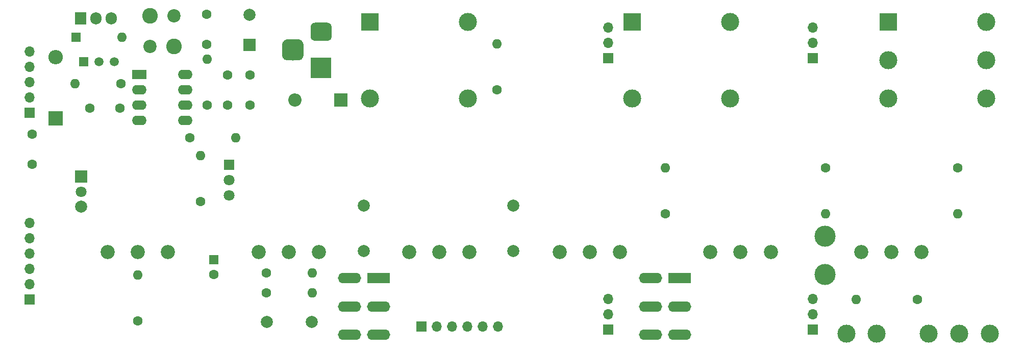
<source format=gbs>
G04 #@! TF.GenerationSoftware,KiCad,Pcbnew,(5.1.0)-1*
G04 #@! TF.CreationDate,2019-04-23T00:00:26+02:00*
G04 #@! TF.ProjectId,pcb_main,7063625f-6d61-4696-9e2e-6b696361645f,RC1*
G04 #@! TF.SameCoordinates,Original*
G04 #@! TF.FileFunction,Soldermask,Bot*
G04 #@! TF.FilePolarity,Negative*
%FSLAX46Y46*%
G04 Gerber Fmt 4.6, Leading zero omitted, Abs format (unit mm)*
G04 Created by KiCad (PCBNEW (5.1.0)-1) date 2019-04-23 00:00:26*
%MOMM*%
%LPD*%
G04 APERTURE LIST*
%ADD10R,1.800000X1.800000*%
%ADD11C,1.800000*%
%ADD12C,3.000000*%
%ADD13R,3.000000X3.000000*%
%ADD14C,1.600000*%
%ADD15R,1.600000X1.600000*%
%ADD16C,2.340000*%
%ADD17R,2.200000X2.200000*%
%ADD18O,2.200000X2.200000*%
%ADD19R,3.500000X3.500000*%
%ADD20C,0.200000*%
%ADD21C,3.500000*%
%ADD22C,2.000000*%
%ADD23O,1.600000X1.600000*%
%ADD24O,1.700000X1.700000*%
%ADD25R,1.700000X1.700000*%
%ADD26R,2.000000X2.000000*%
%ADD27R,2.400000X2.400000*%
%ADD28O,2.400000X2.400000*%
%ADD29C,1.500000*%
%ADD30R,1.500000X1.500000*%
%ADD31R,1.905000X2.000000*%
%ADD32O,1.905000X2.000000*%
%ADD33R,2.400000X1.600000*%
%ADD34O,2.400000X1.600000*%
%ADD35C,2.600000*%
%ADD36C,2.200000*%
%ADD37R,3.850000X1.730000*%
%ADD38O,3.850000X1.730000*%
G04 APERTURE END LIST*
D10*
X90600000Y-131660000D03*
D11*
X90600000Y-134200000D03*
D10*
X115100000Y-129670000D03*
D11*
X115100000Y-132210000D03*
X115100000Y-134750000D03*
D12*
X198230000Y-118700000D03*
X198230000Y-106000000D03*
X182000000Y-118700000D03*
D13*
X182000000Y-106000000D03*
D12*
X154730000Y-118700000D03*
X154730000Y-106000000D03*
X138500000Y-118700000D03*
D13*
X138500000Y-106000000D03*
X224500000Y-106000000D03*
D12*
X224500000Y-118700000D03*
X224500000Y-112350000D03*
X240730000Y-106000000D03*
X240730000Y-118700000D03*
X240730000Y-112350000D03*
D14*
X112540000Y-147910000D03*
D15*
X112540000Y-145410000D03*
D16*
X105000000Y-144200000D03*
X100000000Y-144200000D03*
X95000000Y-144200000D03*
X155000000Y-144200000D03*
X150000000Y-144200000D03*
X145000000Y-144200000D03*
X180000000Y-144200000D03*
X175000000Y-144200000D03*
X170000000Y-144200000D03*
X130000000Y-144200000D03*
X125000000Y-144200000D03*
X120000000Y-144200000D03*
X205000000Y-144200000D03*
X200000000Y-144200000D03*
X195000000Y-144200000D03*
X230000000Y-144200000D03*
X225000000Y-144200000D03*
X220000000Y-144200000D03*
D17*
X133700000Y-118900000D03*
D18*
X126080000Y-118900000D03*
D12*
X222600000Y-157700000D03*
X217600000Y-157700000D03*
D19*
X130400000Y-113600000D03*
D20*
G36*
X131473513Y-106103611D02*
G01*
X131546318Y-106114411D01*
X131617714Y-106132295D01*
X131687013Y-106157090D01*
X131753548Y-106188559D01*
X131816678Y-106226398D01*
X131875795Y-106270242D01*
X131930330Y-106319670D01*
X131979758Y-106374205D01*
X132023602Y-106433322D01*
X132061441Y-106496452D01*
X132092910Y-106562987D01*
X132117705Y-106632286D01*
X132135589Y-106703682D01*
X132146389Y-106776487D01*
X132150000Y-106850000D01*
X132150000Y-108350000D01*
X132146389Y-108423513D01*
X132135589Y-108496318D01*
X132117705Y-108567714D01*
X132092910Y-108637013D01*
X132061441Y-108703548D01*
X132023602Y-108766678D01*
X131979758Y-108825795D01*
X131930330Y-108880330D01*
X131875795Y-108929758D01*
X131816678Y-108973602D01*
X131753548Y-109011441D01*
X131687013Y-109042910D01*
X131617714Y-109067705D01*
X131546318Y-109085589D01*
X131473513Y-109096389D01*
X131400000Y-109100000D01*
X129400000Y-109100000D01*
X129326487Y-109096389D01*
X129253682Y-109085589D01*
X129182286Y-109067705D01*
X129112987Y-109042910D01*
X129046452Y-109011441D01*
X128983322Y-108973602D01*
X128924205Y-108929758D01*
X128869670Y-108880330D01*
X128820242Y-108825795D01*
X128776398Y-108766678D01*
X128738559Y-108703548D01*
X128707090Y-108637013D01*
X128682295Y-108567714D01*
X128664411Y-108496318D01*
X128653611Y-108423513D01*
X128650000Y-108350000D01*
X128650000Y-106850000D01*
X128653611Y-106776487D01*
X128664411Y-106703682D01*
X128682295Y-106632286D01*
X128707090Y-106562987D01*
X128738559Y-106496452D01*
X128776398Y-106433322D01*
X128820242Y-106374205D01*
X128869670Y-106319670D01*
X128924205Y-106270242D01*
X128983322Y-106226398D01*
X129046452Y-106188559D01*
X129112987Y-106157090D01*
X129182286Y-106132295D01*
X129253682Y-106114411D01*
X129326487Y-106103611D01*
X129400000Y-106100000D01*
X131400000Y-106100000D01*
X131473513Y-106103611D01*
X131473513Y-106103611D01*
G37*
D12*
X130400000Y-107600000D03*
D20*
G36*
X126660765Y-108854213D02*
G01*
X126745704Y-108866813D01*
X126828999Y-108887677D01*
X126909848Y-108916605D01*
X126987472Y-108953319D01*
X127061124Y-108997464D01*
X127130094Y-109048616D01*
X127193718Y-109106282D01*
X127251384Y-109169906D01*
X127302536Y-109238876D01*
X127346681Y-109312528D01*
X127383395Y-109390152D01*
X127412323Y-109471001D01*
X127433187Y-109554296D01*
X127445787Y-109639235D01*
X127450000Y-109725000D01*
X127450000Y-111475000D01*
X127445787Y-111560765D01*
X127433187Y-111645704D01*
X127412323Y-111728999D01*
X127383395Y-111809848D01*
X127346681Y-111887472D01*
X127302536Y-111961124D01*
X127251384Y-112030094D01*
X127193718Y-112093718D01*
X127130094Y-112151384D01*
X127061124Y-112202536D01*
X126987472Y-112246681D01*
X126909848Y-112283395D01*
X126828999Y-112312323D01*
X126745704Y-112333187D01*
X126660765Y-112345787D01*
X126575000Y-112350000D01*
X124825000Y-112350000D01*
X124739235Y-112345787D01*
X124654296Y-112333187D01*
X124571001Y-112312323D01*
X124490152Y-112283395D01*
X124412528Y-112246681D01*
X124338876Y-112202536D01*
X124269906Y-112151384D01*
X124206282Y-112093718D01*
X124148616Y-112030094D01*
X124097464Y-111961124D01*
X124053319Y-111887472D01*
X124016605Y-111809848D01*
X123987677Y-111728999D01*
X123966813Y-111645704D01*
X123954213Y-111560765D01*
X123950000Y-111475000D01*
X123950000Y-109725000D01*
X123954213Y-109639235D01*
X123966813Y-109554296D01*
X123987677Y-109471001D01*
X124016605Y-109390152D01*
X124053319Y-109312528D01*
X124097464Y-109238876D01*
X124148616Y-109169906D01*
X124206282Y-109106282D01*
X124269906Y-109048616D01*
X124338876Y-108997464D01*
X124412528Y-108953319D01*
X124490152Y-108916605D01*
X124571001Y-108887677D01*
X124654296Y-108866813D01*
X124739235Y-108854213D01*
X124825000Y-108850000D01*
X126575000Y-108850000D01*
X126660765Y-108854213D01*
X126660765Y-108854213D01*
G37*
D21*
X125700000Y-110600000D03*
X214000000Y-141500000D03*
X214000000Y-147850000D03*
D12*
X231200000Y-157700000D03*
X241360000Y-157700000D03*
X236280000Y-157700000D03*
D22*
X128860000Y-155800000D03*
X121360000Y-155800000D03*
D14*
X100000000Y-155600000D03*
D23*
X100000000Y-147980000D03*
D14*
X121300000Y-147600000D03*
D23*
X128920000Y-147600000D03*
D14*
X187500000Y-137820000D03*
D23*
X187500000Y-130200000D03*
X128920000Y-150900000D03*
D14*
X121300000Y-150900000D03*
X229300000Y-152000000D03*
D23*
X219140000Y-152000000D03*
X236000000Y-137820000D03*
D14*
X236000000Y-130200000D03*
X214100000Y-130200000D03*
D23*
X214100000Y-137820000D03*
D24*
X178000000Y-106920000D03*
X178000000Y-109460000D03*
D25*
X178000000Y-112000000D03*
X212000000Y-112000000D03*
D24*
X212000000Y-109460000D03*
X212000000Y-106920000D03*
D25*
X82000000Y-152000000D03*
D24*
X82000000Y-149460000D03*
X82000000Y-146920000D03*
X82000000Y-144380000D03*
X82000000Y-141840000D03*
X82000000Y-139300000D03*
D25*
X212000000Y-157000000D03*
D24*
X212000000Y-154460000D03*
X212000000Y-151920000D03*
X178000000Y-151920000D03*
X178000000Y-154460000D03*
D25*
X178000000Y-157000000D03*
D14*
X114900000Y-114800000D03*
X114900000Y-119800000D03*
D22*
X118500000Y-104800000D03*
D26*
X118500000Y-109800000D03*
D14*
X111400000Y-109700000D03*
X111400000Y-104700000D03*
X97000000Y-120300000D03*
X92000000Y-120300000D03*
X118600000Y-119800000D03*
X118600000Y-114800000D03*
X82400000Y-129600000D03*
X82400000Y-124600000D03*
D26*
X90600000Y-131660000D03*
D22*
X90600000Y-136660000D03*
D15*
X89700000Y-108500000D03*
D23*
X97320000Y-108500000D03*
D27*
X86300000Y-122000000D03*
D28*
X86300000Y-111840000D03*
D29*
X93540000Y-112600000D03*
X96080000Y-112600000D03*
D30*
X91000000Y-112600000D03*
D31*
X90500000Y-105400000D03*
D32*
X93040000Y-105400000D03*
X95580000Y-105400000D03*
D23*
X111500000Y-112180000D03*
D14*
X111500000Y-119800000D03*
D23*
X116220000Y-125200000D03*
D14*
X108600000Y-125200000D03*
X97200000Y-116200000D03*
D23*
X89580000Y-116200000D03*
D14*
X110400000Y-135800000D03*
D23*
X110400000Y-128180000D03*
D33*
X100200000Y-114700000D03*
D34*
X107820000Y-122320000D03*
X100200000Y-117240000D03*
X107820000Y-119780000D03*
X100200000Y-119780000D03*
X107820000Y-117240000D03*
X100200000Y-122320000D03*
X107820000Y-114700000D03*
D35*
X102000000Y-105000000D03*
X106000000Y-110000000D03*
D36*
X106000000Y-105000000D03*
X102000000Y-110000000D03*
D37*
X189900000Y-148500000D03*
D38*
X189900000Y-153200000D03*
X189900000Y-157900000D03*
X185070000Y-153200000D03*
X185070000Y-157900000D03*
X185070000Y-148500000D03*
D25*
X82000000Y-121080000D03*
D24*
X82000000Y-118540000D03*
X82000000Y-116000000D03*
X82000000Y-113460000D03*
X82000000Y-110920000D03*
D37*
X139900000Y-148500000D03*
D38*
X139900000Y-153200000D03*
X139900000Y-157900000D03*
X135070000Y-153200000D03*
X135070000Y-157900000D03*
X135070000Y-148500000D03*
D22*
X162300000Y-144000000D03*
X162300000Y-136500000D03*
X137500000Y-136500000D03*
X137500000Y-144000000D03*
D25*
X147020000Y-156500000D03*
D24*
X149560000Y-156500000D03*
X152100000Y-156500000D03*
X154640000Y-156500000D03*
X157180000Y-156500000D03*
X159720000Y-156500000D03*
D14*
X159600000Y-117200000D03*
D23*
X159600000Y-109580000D03*
M02*

</source>
